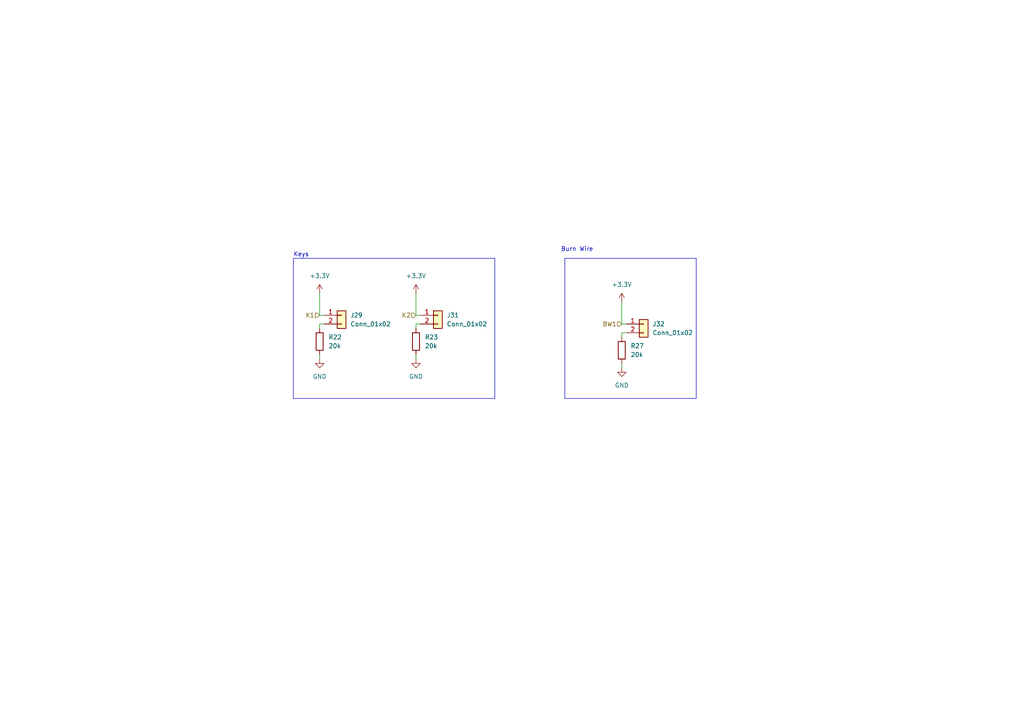
<source format=kicad_sch>
(kicad_sch (version 20250114) (generator "eeschema") (generator_version "9.0")
  (paper "A4")
  (lib_symbols
    (symbol "Connector_Generic:Conn_01x02" (pin_names (offset 1.016) (hide yes))
      (property "Reference" "J" (at 0 2.54 0))
      (property "Value" "Conn_01x02" (at 0 -5.08 0))
      (symbol "Conn_01x02_1_1"
        (rectangle (start -1.27 1.27) (end 1.27 -3.81) (stroke (width 0.254)) (fill (type background)))
        (rectangle (start -1.27 0.127) (end 0 -0.127) (stroke (width 0.1524)))
        (rectangle (start -1.27 -2.413) (end 0 -2.667) (stroke (width 0.1524)))
        (pin passive line (at -5.08 0 0) (length 3.81) (name "Pin_1") (number "1"))
        (pin passive line (at -5.08 -2.54 0) (length 3.81) (name "Pin_2") (number "2"))
      )
    )
    (symbol "Device:R" (pin_numbers (hide yes)) (pin_names (offset 0))
      (property "Reference" "R" (at 2.032 0 90))
      (property "Value" "R" (at 0 0 90))
      (symbol "R_0_1"
        (rectangle (start -1.016 -2.54) (end 1.016 2.54) (stroke (width 0.254)))
      )
      (symbol "R_1_1"
        (pin passive line (at 0 3.81 270) (length 1.27) (name "~") (number "1"))
        (pin passive line (at 0 -3.81 90) (length 1.27) (name "~") (number "2"))
      )
    )
    (symbol "power:+3.3V" (power) (pin_numbers (hide yes)) (pin_names (offset 0) (hide yes))
      (property "Value" "+3.3V" (at 0 3.556 0))
      (symbol "+3.3V_0_1"
        (polyline (pts (xy -0.762 1.27) (xy 0 2.54)))
        (polyline (pts (xy 0 2.54) (xy 0.762 1.27)))
        (polyline (pts (xy 0 0) (xy 0 2.54)))
      )
      (symbol "+3.3V_1_1"
        (pin power_in line (at 0 0 90) (length 0) (name "~") (number "1"))
      )
    )
    (symbol "power:GND" (power) (pin_numbers (hide yes)) (pin_names (offset 0) (hide yes))
      (property "Value" "GND" (at 0 -3.81 0))
      (symbol "GND_0_1"
        (polyline (pts (xy 0 0) (xy 0 -1.27) (xy 1.27 -1.27) (xy 0 -2.54) (xy -1.27 -1.27) (xy 0 -1.27)))
      )
      (symbol "GND_1_1"
        (pin power_in line (at 0 0 270) (length 0) (name "~") (number "1"))
      )
    )
  )
  (rectangle (start 163.83 74.93) (end 201.93 115.57))
  (rectangle (start 85.09 74.93) (end 143.51 115.57))
  (text "Keys" (at 87.376 73.914 0) (effects (font (size 1.27 1.27))))
  (text "Burn Wire" (at 167.386 72.39 0) (effects (font (size 1.27 1.27))))
  (wire (pts (xy 92.71 93.98) (xy 92.71 95.25)))
  (wire (pts (xy 92.71 102.87) (xy 92.71 104.14)))
  (wire (pts (xy 120.65 102.87) (xy 120.65 104.14)))
  (wire (pts (xy 180.34 93.98) (xy 181.61 93.98)))
  (wire (pts (xy 120.65 93.98) (xy 121.92 93.98)))
  (wire (pts (xy 92.71 91.44) (xy 93.98 91.44)))
  (wire (pts (xy 92.71 85.09) (xy 92.71 91.44)))
  (wire (pts (xy 180.34 87.63) (xy 180.34 93.98)))
  (wire (pts (xy 120.65 85.09) (xy 120.65 91.44)))
  (wire (pts (xy 180.34 105.41) (xy 180.34 106.68)))
  (wire (pts (xy 180.34 96.52) (xy 180.34 97.79)))
  (wire (pts (xy 180.34 96.52) (xy 181.61 96.52)))
  (wire (pts (xy 92.71 93.98) (xy 93.98 93.98)))
  (wire (pts (xy 120.65 93.98) (xy 120.65 95.25)))
  (wire (pts (xy 120.65 91.44) (xy 121.92 91.44)))
  (hierarchical_label "BW1" (shape input) (at 180.34 93.98 180))
  (hierarchical_label "K2" (shape input) (at 120.65 91.44 180))
  (hierarchical_label "K1" (shape input) (at 92.71 91.44 180))
  (symbol (lib_id "power:+3.3V") (at 92.71 85.09 0) (unit 1)
    (property "Reference" "#PWR0111" (effects (hide yes)))
    (property "Value" "+3.3V" (at 92.71 80.01 0))
    (property "Description" "Power symbol creates a global label with name \"+3.3V\"" (effects (hide yes)))
  )
  (symbol (lib_id "Device:R") (at 120.65 99.06 0) (unit 1)
    (property "Reference" "R23" (at 123.19 97.7899 0) (effects (justify left)))
    (property "Value" "20k" (at 123.19 100.3299 0) (effects (justify left)))
    (property "Footprint" "Resistor_SMD:R_0402_1005Metric" (effects (hide yes)))
    (property "Description" "Resistor" (effects (hide yes)))
  )
  (symbol (lib_id "Device:R") (at 180.34 101.6 0) (unit 1)
    (property "Reference" "R27" (at 182.88 100.3299 0) (effects (justify left)))
    (property "Value" "20k" (at 182.88 102.8699 0) (effects (justify left)))
    (property "Footprint" "Resistor_SMD:R_0402_1005Metric" (effects (hide yes)))
    (property "Description" "Resistor" (effects (hide yes)))
  )
  (symbol (lib_id "power:GND") (at 92.71 104.14 0) (unit 1)
    (property "Reference" "#PWR0110" (effects (hide yes)))
    (property "Value" "GND" (at 92.71 109.22 0))
    (property "Description" "Power symbol creates a global label with name \"GND\" , ground" (effects (hide yes)))
  )
  (symbol (lib_id "Device:R") (at 92.71 99.06 0) (unit 1)
    (property "Reference" "R22" (at 95.25 97.7899 0) (effects (justify left)))
    (property "Value" "20k" (at 95.25 100.3299 0) (effects (justify left)))
    (property "Footprint" "Resistor_SMD:R_0402_1005Metric" (effects (hide yes)))
    (property "Description" "Resistor" (effects (hide yes)))
  )
  (symbol (lib_id "power:+3.3V") (at 120.65 85.09 0) (unit 1)
    (property "Reference" "#PWR0112" (effects (hide yes)))
    (property "Value" "+3.3V" (at 120.65 80.01 0))
    (property "Description" "Power symbol creates a global label with name \"+3.3V\"" (effects (hide yes)))
  )
  (symbol (lib_id "power:GND") (at 120.65 104.14 0) (unit 1)
    (property "Reference" "#PWR0113" (effects (hide yes)))
    (property "Value" "GND" (at 120.65 109.22 0))
    (property "Description" "Power symbol creates a global label with name \"GND\" , ground" (effects (hide yes)))
  )
  (symbol (lib_id "power:+3.3V") (at 180.34 87.63 0) (unit 1)
    (property "Reference" "#PWR0114" (effects (hide yes)))
    (property "Value" "+3.3V" (at 180.34 82.55 0))
    (property "Description" "Power symbol creates a global label with name \"+3.3V\"" (effects (hide yes)))
  )
  (symbol (lib_id "power:GND") (at 180.34 106.68 0) (unit 1)
    (property "Reference" "#PWR0115" (effects (hide yes)))
    (property "Value" "GND" (at 180.34 111.76 0))
    (property "Description" "Power symbol creates a global label with name \"GND\" , ground" (effects (hide yes)))
  )
  (symbol (lib_id "Connector_Generic:Conn_01x02") (at 127 91.44 0) (unit 1)
    (property "Reference" "J31" (at 129.54 91.4399 0) (effects (justify left)))
    (property "Value" "Conn_01x02" (at 129.54 93.9799 0) (effects (justify left)))
    (property "Footprint" "BM02B-GHS:JST_BM02B-GHS-TBT_LF__SN_" (effects (hide yes)))
    (property "Description" "Generic connector, single row, 01x02, script generated (kicad-library-utils/schlib/autogen/connector/)" (effects (hide yes)))
  )
  (symbol (lib_id "Connector_Generic:Conn_01x02") (at 186.69 93.98 0) (unit 1)
    (property "Reference" "J32" (at 189.23 93.9799 0) (effects (justify left)))
    (property "Value" "Conn_01x02" (at 189.23 96.5199 0) (effects (justify left)))
    (property "Footprint" "BM02B-GHS:JST_BM02B-GHS-TBT_LF__SN_" (effects (hide yes)))
    (property "Description" "Generic connector, single row, 01x02, script generated (kicad-library-utils/schlib/autogen/connector/)" (effects (hide yes)))
  )
  (symbol (lib_id "Connector_Generic:Conn_01x02") (at 99.06 91.44 0) (unit 1)
    (property "Reference" "J29" (at 101.6 91.4399 0) (effects (justify left)))
    (property "Value" "Conn_01x02" (at 101.6 93.9799 0) (effects (justify left)))
    (property "Footprint" "BM02B-GHS:JST_BM02B-GHS-TBT_LF__SN_" (effects (hide yes)))
    (property "Description" "Generic connector, single row, 01x02, script generated (kicad-library-utils/schlib/autogen/connector/)" (effects (hide yes)))
  )
)
</source>
